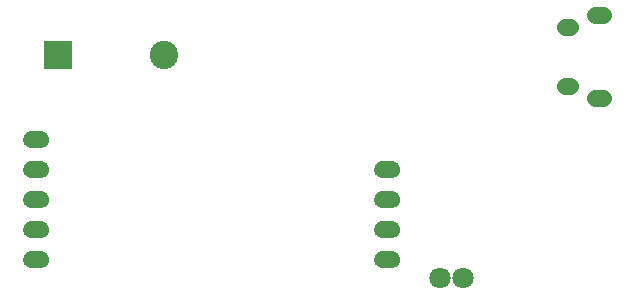
<source format=gbs>
G04 Layer: BottomSolderMaskLayer*
G04 EasyEDA v6.4.17, 2021-03-03T10:10:01+01:00*
G04 9d4de0552c0a465fbb9a068f9b96be7d,b771c775d4444e86a06a5321f8c966cb,10*
G04 Gerber Generator version 0.2*
G04 Scale: 100 percent, Rotated: No, Reflected: No *
G04 Dimensions in inches *
G04 leading zeros omitted , absolute positions ,3 integer and 6 decimal *
%FSLAX36Y36*%
%MOIN*%

%ADD53C,0.0552*%
%ADD78C,0.0946*%
%ADD80C,0.0710*%

%LPD*%
D53*
X2239373Y-828400D02*
G01*
X2255126Y-828400D01*
X2239373Y-631599D02*
G01*
X2255126Y-631599D01*
X2338968Y-592199D02*
G01*
X2366531Y-592199D01*
X2338968Y-867800D02*
G01*
X2366531Y-867800D01*
G36*
X459800Y-1434600D02*
G01*
X456399Y-1434400D01*
X453000Y-1433800D01*
X449699Y-1432699D01*
X446599Y-1431199D01*
X443699Y-1429400D01*
X440999Y-1427100D01*
X438600Y-1424600D01*
X436599Y-1421799D01*
X434899Y-1418800D01*
X433600Y-1415500D01*
X432800Y-1412199D01*
X432300Y-1408699D01*
X432300Y-1405300D01*
X432800Y-1401799D01*
X433600Y-1398499D01*
X434899Y-1395199D01*
X436599Y-1392199D01*
X438600Y-1389400D01*
X440999Y-1386900D01*
X443699Y-1384600D01*
X446599Y-1382800D01*
X449699Y-1381300D01*
X453000Y-1380199D01*
X456399Y-1379600D01*
X459800Y-1379400D01*
X491500Y-1379400D01*
X494899Y-1379600D01*
X498299Y-1380199D01*
X501599Y-1381300D01*
X504699Y-1382800D01*
X507600Y-1384600D01*
X510300Y-1386900D01*
X512699Y-1389400D01*
X514699Y-1392199D01*
X516399Y-1395199D01*
X517699Y-1398499D01*
X518499Y-1401799D01*
X519000Y-1405300D01*
X519000Y-1408699D01*
X518499Y-1412199D01*
X517699Y-1415500D01*
X516399Y-1418800D01*
X514699Y-1421799D01*
X512699Y-1424600D01*
X510300Y-1427100D01*
X507600Y-1429400D01*
X504699Y-1431199D01*
X501599Y-1432699D01*
X498299Y-1433800D01*
X494899Y-1434400D01*
X491500Y-1434600D01*
G37*
G36*
X1629499Y-1434600D02*
G01*
X1626099Y-1434400D01*
X1622700Y-1433800D01*
X1619399Y-1432699D01*
X1616300Y-1431199D01*
X1613400Y-1429400D01*
X1610699Y-1427100D01*
X1608299Y-1424600D01*
X1606300Y-1421799D01*
X1604600Y-1418800D01*
X1603299Y-1415500D01*
X1602500Y-1412199D01*
X1601999Y-1408699D01*
X1601999Y-1405300D01*
X1602500Y-1401799D01*
X1603299Y-1398499D01*
X1604600Y-1395199D01*
X1606300Y-1392199D01*
X1608299Y-1389400D01*
X1610699Y-1386900D01*
X1613400Y-1384600D01*
X1616300Y-1382800D01*
X1619399Y-1381300D01*
X1622700Y-1380199D01*
X1626099Y-1379600D01*
X1629499Y-1379400D01*
X1661199Y-1379400D01*
X1664600Y-1379600D01*
X1668000Y-1380199D01*
X1671300Y-1381300D01*
X1674399Y-1382800D01*
X1677299Y-1384600D01*
X1680000Y-1386900D01*
X1682399Y-1389400D01*
X1684399Y-1392199D01*
X1686099Y-1395199D01*
X1687399Y-1398499D01*
X1688199Y-1401799D01*
X1688699Y-1405300D01*
X1688699Y-1408699D01*
X1688199Y-1412199D01*
X1687399Y-1415500D01*
X1686099Y-1418800D01*
X1684399Y-1421799D01*
X1682399Y-1424600D01*
X1680000Y-1427100D01*
X1677299Y-1429400D01*
X1674399Y-1431199D01*
X1671300Y-1432699D01*
X1668000Y-1433800D01*
X1664600Y-1434400D01*
X1661199Y-1434600D01*
G37*
G36*
X459800Y-1334600D02*
G01*
X456399Y-1334400D01*
X453000Y-1333800D01*
X449699Y-1332699D01*
X446599Y-1331199D01*
X443699Y-1329400D01*
X440999Y-1327100D01*
X438600Y-1324600D01*
X436599Y-1321799D01*
X434899Y-1318800D01*
X433600Y-1315500D01*
X432800Y-1312199D01*
X432300Y-1308699D01*
X432300Y-1305300D01*
X432800Y-1301799D01*
X433600Y-1298499D01*
X434899Y-1295199D01*
X436599Y-1292199D01*
X438600Y-1289400D01*
X440999Y-1286900D01*
X443699Y-1284600D01*
X446599Y-1282800D01*
X449699Y-1281300D01*
X453000Y-1280199D01*
X456399Y-1279600D01*
X459800Y-1279400D01*
X491500Y-1279400D01*
X494899Y-1279600D01*
X498299Y-1280199D01*
X501599Y-1281300D01*
X504699Y-1282800D01*
X507600Y-1284600D01*
X510300Y-1286900D01*
X512699Y-1289400D01*
X514699Y-1292199D01*
X516399Y-1295199D01*
X517699Y-1298499D01*
X518499Y-1301799D01*
X519000Y-1305300D01*
X519000Y-1308699D01*
X518499Y-1312199D01*
X517699Y-1315500D01*
X516399Y-1318800D01*
X514699Y-1321799D01*
X512699Y-1324600D01*
X510300Y-1327100D01*
X507600Y-1329400D01*
X504699Y-1331199D01*
X501599Y-1332699D01*
X498299Y-1333800D01*
X494899Y-1334400D01*
X491500Y-1334600D01*
G37*
G36*
X1629499Y-1334600D02*
G01*
X1626099Y-1334400D01*
X1622700Y-1333800D01*
X1619399Y-1332699D01*
X1616300Y-1331199D01*
X1613400Y-1329400D01*
X1610699Y-1327100D01*
X1608299Y-1324600D01*
X1606300Y-1321799D01*
X1604600Y-1318800D01*
X1603299Y-1315500D01*
X1602500Y-1312199D01*
X1601999Y-1308699D01*
X1601999Y-1305300D01*
X1602500Y-1301799D01*
X1603299Y-1298499D01*
X1604600Y-1295199D01*
X1606300Y-1292199D01*
X1608299Y-1289400D01*
X1610699Y-1286900D01*
X1613400Y-1284600D01*
X1616300Y-1282800D01*
X1619399Y-1281300D01*
X1622700Y-1280199D01*
X1626099Y-1279600D01*
X1629499Y-1279400D01*
X1661199Y-1279400D01*
X1664600Y-1279600D01*
X1668000Y-1280199D01*
X1671300Y-1281300D01*
X1674399Y-1282800D01*
X1677299Y-1284600D01*
X1680000Y-1286900D01*
X1682399Y-1289400D01*
X1684399Y-1292199D01*
X1686099Y-1295199D01*
X1687399Y-1298499D01*
X1688199Y-1301799D01*
X1688699Y-1305300D01*
X1688699Y-1308699D01*
X1688199Y-1312199D01*
X1687399Y-1315500D01*
X1686099Y-1318800D01*
X1684399Y-1321799D01*
X1682399Y-1324600D01*
X1680000Y-1327100D01*
X1677299Y-1329400D01*
X1674399Y-1331199D01*
X1671300Y-1332699D01*
X1668000Y-1333800D01*
X1664600Y-1334400D01*
X1661199Y-1334600D01*
G37*
G36*
X459800Y-1234600D02*
G01*
X456399Y-1234400D01*
X453000Y-1233800D01*
X449699Y-1232699D01*
X446599Y-1231199D01*
X443699Y-1229400D01*
X440999Y-1227100D01*
X438600Y-1224600D01*
X436599Y-1221799D01*
X434899Y-1218800D01*
X433600Y-1215500D01*
X432800Y-1212199D01*
X432300Y-1208699D01*
X432300Y-1205300D01*
X432800Y-1201799D01*
X433600Y-1198499D01*
X434899Y-1195199D01*
X436599Y-1192199D01*
X438600Y-1189400D01*
X440999Y-1186900D01*
X443699Y-1184600D01*
X446599Y-1182800D01*
X449699Y-1181300D01*
X453000Y-1180199D01*
X456399Y-1179600D01*
X459800Y-1179400D01*
X491500Y-1179400D01*
X494899Y-1179600D01*
X498299Y-1180199D01*
X501599Y-1181300D01*
X504699Y-1182800D01*
X507600Y-1184600D01*
X510300Y-1186900D01*
X512699Y-1189400D01*
X514699Y-1192199D01*
X516399Y-1195199D01*
X517699Y-1198499D01*
X518499Y-1201799D01*
X519000Y-1205300D01*
X519000Y-1208699D01*
X518499Y-1212199D01*
X517699Y-1215500D01*
X516399Y-1218800D01*
X514699Y-1221799D01*
X512699Y-1224600D01*
X510300Y-1227100D01*
X507600Y-1229400D01*
X504699Y-1231199D01*
X501599Y-1232699D01*
X498299Y-1233800D01*
X494899Y-1234400D01*
X491500Y-1234600D01*
G37*
G36*
X1629499Y-1234600D02*
G01*
X1626099Y-1234400D01*
X1622700Y-1233800D01*
X1619399Y-1232699D01*
X1616300Y-1231199D01*
X1613400Y-1229400D01*
X1610699Y-1227100D01*
X1608299Y-1224600D01*
X1606300Y-1221799D01*
X1604600Y-1218800D01*
X1603299Y-1215500D01*
X1602500Y-1212199D01*
X1601999Y-1208699D01*
X1601999Y-1205300D01*
X1602500Y-1201799D01*
X1603299Y-1198499D01*
X1604600Y-1195199D01*
X1606300Y-1192199D01*
X1608299Y-1189400D01*
X1610699Y-1186900D01*
X1613400Y-1184600D01*
X1616300Y-1182800D01*
X1619399Y-1181300D01*
X1622700Y-1180199D01*
X1626099Y-1179600D01*
X1629499Y-1179400D01*
X1661199Y-1179400D01*
X1664600Y-1179600D01*
X1668000Y-1180199D01*
X1671300Y-1181300D01*
X1674399Y-1182800D01*
X1677299Y-1184600D01*
X1680000Y-1186900D01*
X1682399Y-1189400D01*
X1684399Y-1192199D01*
X1686099Y-1195199D01*
X1687399Y-1198499D01*
X1688199Y-1201799D01*
X1688699Y-1205300D01*
X1688699Y-1208699D01*
X1688199Y-1212199D01*
X1687399Y-1215500D01*
X1686099Y-1218800D01*
X1684399Y-1221799D01*
X1682399Y-1224600D01*
X1680000Y-1227100D01*
X1677299Y-1229400D01*
X1674399Y-1231199D01*
X1671300Y-1232699D01*
X1668000Y-1233800D01*
X1664600Y-1234400D01*
X1661199Y-1234600D01*
G37*
G36*
X459800Y-1134600D02*
G01*
X456399Y-1134400D01*
X453000Y-1133800D01*
X449699Y-1132699D01*
X446599Y-1131199D01*
X443699Y-1129400D01*
X440999Y-1127100D01*
X438600Y-1124600D01*
X436599Y-1121799D01*
X434899Y-1118800D01*
X433600Y-1115500D01*
X432800Y-1112199D01*
X432300Y-1108699D01*
X432300Y-1105300D01*
X432800Y-1101799D01*
X433600Y-1098499D01*
X434899Y-1095199D01*
X436599Y-1092199D01*
X438600Y-1089400D01*
X440999Y-1086900D01*
X443699Y-1084600D01*
X446599Y-1082800D01*
X449699Y-1081300D01*
X453000Y-1080199D01*
X456399Y-1079600D01*
X459800Y-1079400D01*
X491500Y-1079400D01*
X494899Y-1079600D01*
X498299Y-1080199D01*
X501599Y-1081300D01*
X504699Y-1082800D01*
X507600Y-1084600D01*
X510300Y-1086900D01*
X512699Y-1089400D01*
X514699Y-1092199D01*
X516399Y-1095199D01*
X517699Y-1098499D01*
X518499Y-1101799D01*
X519000Y-1105300D01*
X519000Y-1108699D01*
X518499Y-1112199D01*
X517699Y-1115500D01*
X516399Y-1118800D01*
X514699Y-1121799D01*
X512699Y-1124600D01*
X510300Y-1127100D01*
X507600Y-1129400D01*
X504699Y-1131199D01*
X501599Y-1132699D01*
X498299Y-1133800D01*
X494899Y-1134400D01*
X491500Y-1134600D01*
G37*
G36*
X1629499Y-1134600D02*
G01*
X1626099Y-1134400D01*
X1622700Y-1133800D01*
X1619399Y-1132699D01*
X1616300Y-1131199D01*
X1613400Y-1129400D01*
X1610699Y-1127100D01*
X1608299Y-1124600D01*
X1606300Y-1121799D01*
X1604600Y-1118800D01*
X1603299Y-1115500D01*
X1602500Y-1112199D01*
X1601999Y-1108699D01*
X1601999Y-1105300D01*
X1602500Y-1101799D01*
X1603299Y-1098499D01*
X1604600Y-1095199D01*
X1606300Y-1092199D01*
X1608299Y-1089400D01*
X1610699Y-1086900D01*
X1613400Y-1084600D01*
X1616300Y-1082800D01*
X1619399Y-1081300D01*
X1622700Y-1080199D01*
X1626099Y-1079600D01*
X1629499Y-1079400D01*
X1661199Y-1079400D01*
X1664600Y-1079600D01*
X1668000Y-1080199D01*
X1671300Y-1081300D01*
X1674399Y-1082800D01*
X1677299Y-1084600D01*
X1680000Y-1086900D01*
X1682399Y-1089400D01*
X1684399Y-1092199D01*
X1686099Y-1095199D01*
X1687399Y-1098499D01*
X1688199Y-1101799D01*
X1688699Y-1105300D01*
X1688699Y-1108699D01*
X1688199Y-1112199D01*
X1687399Y-1115500D01*
X1686099Y-1118800D01*
X1684399Y-1121799D01*
X1682399Y-1124600D01*
X1680000Y-1127100D01*
X1677299Y-1129400D01*
X1674399Y-1131199D01*
X1671300Y-1132699D01*
X1668000Y-1133800D01*
X1664600Y-1134400D01*
X1661199Y-1134600D01*
G37*
G36*
X459800Y-1034600D02*
G01*
X456399Y-1034400D01*
X453000Y-1033800D01*
X449699Y-1032699D01*
X446599Y-1031199D01*
X443699Y-1029400D01*
X440999Y-1027100D01*
X438600Y-1024600D01*
X436599Y-1021799D01*
X434899Y-1018800D01*
X433600Y-1015500D01*
X432800Y-1012199D01*
X432300Y-1008699D01*
X432300Y-1005300D01*
X432800Y-1001799D01*
X433600Y-998499D01*
X434899Y-995199D01*
X436599Y-992199D01*
X438600Y-989400D01*
X440999Y-986900D01*
X443699Y-984600D01*
X446599Y-982800D01*
X449699Y-981300D01*
X453000Y-980199D01*
X456399Y-979600D01*
X459800Y-979400D01*
X491500Y-979400D01*
X494899Y-979600D01*
X498299Y-980199D01*
X501599Y-981300D01*
X504699Y-982800D01*
X507600Y-984600D01*
X510300Y-986900D01*
X512699Y-989400D01*
X514699Y-992199D01*
X516399Y-995199D01*
X517699Y-998499D01*
X518499Y-1001799D01*
X519000Y-1005300D01*
X519000Y-1008699D01*
X518499Y-1012199D01*
X517699Y-1015500D01*
X516399Y-1018800D01*
X514699Y-1021799D01*
X512699Y-1024600D01*
X510300Y-1027100D01*
X507600Y-1029400D01*
X504699Y-1031199D01*
X501599Y-1032699D01*
X498299Y-1033800D01*
X494899Y-1034400D01*
X491500Y-1034600D01*
G37*
D78*
G01*
X902169Y-725000D03*
G36*
X500500Y-772300D02*
G01*
X500500Y-677699D01*
X595100Y-677699D01*
X595100Y-772300D01*
G37*
D80*
G01*
X1899369Y-1470000D03*
G01*
X1820630Y-1470000D03*
M02*

</source>
